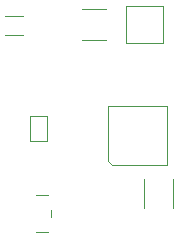
<source format=gbr>
G04*
G04 #@! TF.GenerationSoftware,Altium Limited,Altium Designer,24.7.2 (38)*
G04*
G04 Layer_Color=32768*
%FSLAX25Y25*%
%MOIN*%
G70*
G04*
G04 #@! TF.SameCoordinates,0AE953C0-7C88-47E9-B79E-664DAA7B62C1*
G04*
G04*
G04 #@! TF.FilePolarity,Positive*
G04*
G01*
G75*
%ADD14C,0.00394*%
D14*
X192913Y99606D02*
X212598D01*
Y79921D02*
Y99606D01*
X194095Y79921D02*
X212598D01*
X192913Y81102D02*
Y99606D01*
Y81102D02*
X194095Y79921D01*
X166929Y87894D02*
Y96358D01*
Y87894D02*
Y92126D01*
Y87894D02*
X172441D01*
Y96358D01*
Y92126D02*
Y96358D01*
X166929D02*
X172441D01*
X214503Y65657D02*
Y75302D01*
X204857Y65657D02*
Y75302D01*
X199016Y132874D02*
X211221D01*
X199016Y120669D02*
X205118D01*
X199016D02*
Y132874D01*
X205118Y120669D02*
X211221D01*
Y132874D01*
X184252Y121653D02*
X192126D01*
X184252Y131890D02*
X192126D01*
X168898Y57677D02*
X172835D01*
X168898Y69882D02*
X172835D01*
X174016Y62598D02*
Y64961D01*
X158465Y129528D02*
X164370D01*
X158465Y123228D02*
X164370D01*
M02*

</source>
